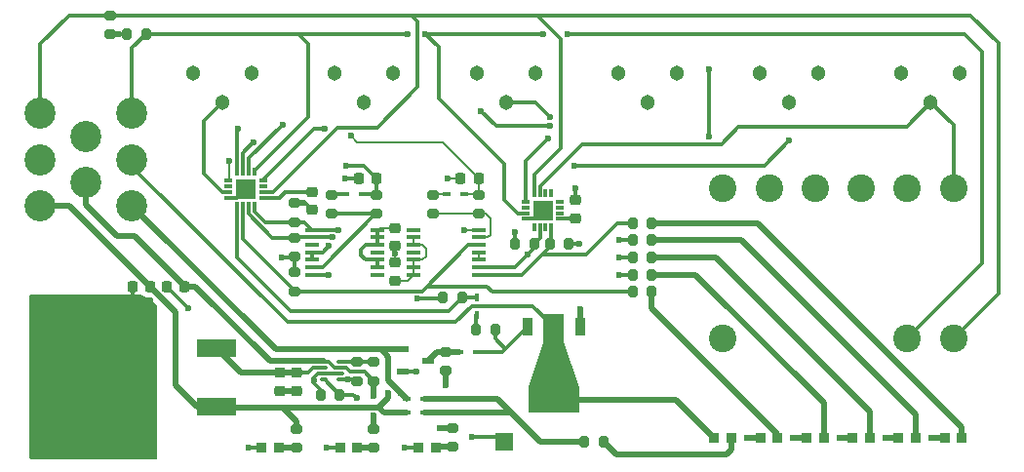
<source format=gbr>
%TF.GenerationSoftware,KiCad,Pcbnew,9.0.2*%
%TF.CreationDate,2025-06-15T01:16:02-07:00*%
%TF.ProjectId,SDM26_BSPD_1.0,53444d32-365f-4425-9350-445f312e302e,rev?*%
%TF.SameCoordinates,Original*%
%TF.FileFunction,Copper,L1,Top*%
%TF.FilePolarity,Positive*%
%FSLAX46Y46*%
G04 Gerber Fmt 4.6, Leading zero omitted, Abs format (unit mm)*
G04 Created by KiCad (PCBNEW 9.0.2) date 2025-06-15 01:16:02*
%MOMM*%
%LPD*%
G01*
G04 APERTURE LIST*
G04 Aperture macros list*
%AMRoundRect*
0 Rectangle with rounded corners*
0 $1 Rounding radius*
0 $2 $3 $4 $5 $6 $7 $8 $9 X,Y pos of 4 corners*
0 Add a 4 corners polygon primitive as box body*
4,1,4,$2,$3,$4,$5,$6,$7,$8,$9,$2,$3,0*
0 Add four circle primitives for the rounded corners*
1,1,$1+$1,$2,$3*
1,1,$1+$1,$4,$5*
1,1,$1+$1,$6,$7*
1,1,$1+$1,$8,$9*
0 Add four rect primitives between the rounded corners*
20,1,$1+$1,$2,$3,$4,$5,0*
20,1,$1+$1,$4,$5,$6,$7,0*
20,1,$1+$1,$6,$7,$8,$9,0*
20,1,$1+$1,$8,$9,$2,$3,0*%
G04 Aperture macros list end*
%TA.AperFunction,SMDPad,CuDef*%
%ADD10RoundRect,0.200000X-0.275000X0.200000X-0.275000X-0.200000X0.275000X-0.200000X0.275000X0.200000X0*%
%TD*%
%TA.AperFunction,ComponentPad*%
%ADD11C,2.700000*%
%TD*%
%TA.AperFunction,SMDPad,CuDef*%
%ADD12RoundRect,0.200000X0.275000X-0.200000X0.275000X0.200000X-0.275000X0.200000X-0.275000X-0.200000X0*%
%TD*%
%TA.AperFunction,ComponentPad*%
%ADD13C,2.400000*%
%TD*%
%TA.AperFunction,SMDPad,CuDef*%
%ADD14R,1.500000X1.500000*%
%TD*%
%TA.AperFunction,SMDPad,CuDef*%
%ADD15R,0.950000X0.950000*%
%TD*%
%TA.AperFunction,ComponentPad*%
%ADD16C,1.303000*%
%TD*%
%TA.AperFunction,SMDPad,CuDef*%
%ADD17RoundRect,0.225000X-0.250000X0.225000X-0.250000X-0.225000X0.250000X-0.225000X0.250000X0.225000X0*%
%TD*%
%TA.AperFunction,SMDPad,CuDef*%
%ADD18R,0.800000X0.300000*%
%TD*%
%TA.AperFunction,SMDPad,CuDef*%
%ADD19R,0.300000X0.800000*%
%TD*%
%TA.AperFunction,SMDPad,CuDef*%
%ADD20R,1.750000X1.750000*%
%TD*%
%TA.AperFunction,SMDPad,CuDef*%
%ADD21RoundRect,0.225000X0.250000X-0.225000X0.250000X0.225000X-0.250000X0.225000X-0.250000X-0.225000X0*%
%TD*%
%TA.AperFunction,SMDPad,CuDef*%
%ADD22R,0.640000X0.420000*%
%TD*%
%TA.AperFunction,SMDPad,CuDef*%
%ADD23RoundRect,0.225000X-0.225000X-0.250000X0.225000X-0.250000X0.225000X0.250000X-0.225000X0.250000X0*%
%TD*%
%TA.AperFunction,SMDPad,CuDef*%
%ADD24RoundRect,0.200000X0.200000X0.275000X-0.200000X0.275000X-0.200000X-0.275000X0.200000X-0.275000X0*%
%TD*%
%TA.AperFunction,SMDPad,CuDef*%
%ADD25R,1.275000X0.450000*%
%TD*%
%TA.AperFunction,SMDPad,CuDef*%
%ADD26R,0.420000X0.640000*%
%TD*%
%TA.AperFunction,SMDPad,CuDef*%
%ADD27RoundRect,0.200000X-0.200000X-0.275000X0.200000X-0.275000X0.200000X0.275000X-0.200000X0.275000X0*%
%TD*%
%TA.AperFunction,SMDPad,CuDef*%
%ADD28RoundRect,0.225000X0.225000X0.250000X-0.225000X0.250000X-0.225000X-0.250000X0.225000X-0.250000X0*%
%TD*%
%TA.AperFunction,SMDPad,CuDef*%
%ADD29R,3.500000X1.600000*%
%TD*%
%TA.AperFunction,SMDPad,CuDef*%
%ADD30R,9.750000X12.200000*%
%TD*%
%TA.AperFunction,SMDPad,CuDef*%
%ADD31R,1.050000X0.600000*%
%TD*%
%TA.AperFunction,SMDPad,CuDef*%
%ADD32R,0.950000X1.650000*%
%TD*%
%TA.AperFunction,SMDPad,CuDef*%
%ADD33R,3.250000X1.650000*%
%TD*%
%TA.AperFunction,SMDPad,CuDef*%
%ADD34RoundRect,0.050000X0.285000X0.100000X-0.285000X0.100000X-0.285000X-0.100000X0.285000X-0.100000X0*%
%TD*%
%TA.AperFunction,ViaPad*%
%ADD35C,0.600000*%
%TD*%
%TA.AperFunction,Conductor*%
%ADD36C,0.500000*%
%TD*%
%TA.AperFunction,Conductor*%
%ADD37C,0.200000*%
%TD*%
%TA.AperFunction,Conductor*%
%ADD38C,0.300000*%
%TD*%
G04 APERTURE END LIST*
D10*
%TO.P,R5,1*%
%TO.N,+5V*%
X127800000Y-123275000D03*
%TO.P,R5,2*%
%TO.N,/HB\u002AT10_1S_FAULT*%
X127800000Y-124925000D03*
%TD*%
D11*
%TO.P,J1,1,Pin_1*%
%TO.N,/TPS_MAIN*%
X113700000Y-109500000D03*
%TO.P,J1,2,Pin_2*%
%TO.N,BSPD KILL SIGNAL*%
X113700000Y-113500000D03*
%TO.P,J1,3,Pin_3*%
%TO.N,/12V MASTER*%
X113700000Y-117500000D03*
%TO.P,J1,4,Pin_4*%
%TO.N,unconnected-(J1-Pin_4-Pad4)*%
X109700000Y-111500000D03*
%TO.P,J1,5,Pin_5*%
%TO.N,/5V PDM*%
X109700000Y-115500000D03*
%TO.P,J1,6,Pin_6*%
%TO.N,/BSE*%
X105700000Y-109500000D03*
%TO.P,J1,7,Pin_7*%
%TO.N,GND*%
X105700000Y-113500000D03*
%TO.P,J1,8,Pin_8*%
%TO.N,/12V IGNITION*%
X105700000Y-117500000D03*
%TD*%
D10*
%TO.P,R8,1*%
%TO.N,/BSE*%
X111800000Y-100975000D03*
%TO.P,R8,2*%
%TO.N,GND*%
X111800000Y-102625000D03*
%TD*%
D12*
%TO.P,R25,1*%
%TO.N,/5V PDM*%
X134700000Y-132725000D03*
%TO.P,R25,2*%
%TO.N,Net-(U1-PR1)*%
X134700000Y-131075000D03*
%TD*%
D13*
%TO.P,RED_TP2,1,1*%
%TO.N,/HB\u002AT10_REF*%
X169000000Y-116000000D03*
%TD*%
D14*
%TO.P,TP1,1,1*%
%TO.N,Net-(U1-ST)*%
X146000000Y-138000000D03*
%TD*%
D15*
%TO.P,LED2,1,K*%
%TO.N,GND*%
X138550000Y-138500000D03*
%TO.P,LED2,2,A*%
%TO.N,Net-(LED2-A)*%
X140050000Y-138500000D03*
%TD*%
D13*
%TO.P,RED_TP1,1,1*%
%TO.N,/TIMING_REF*%
X165000000Y-116000000D03*
%TD*%
D16*
%TO.P,VR1,1,CCW*%
%TO.N,+5V*%
X119000000Y-106000000D03*
%TO.P,VR1,2,Wiper*%
%TO.N,/TIMING_REF*%
X121540000Y-108540000D03*
%TO.P,VR1,3,CW*%
%TO.N,GND*%
X124080000Y-106000000D03*
%TD*%
D12*
%TO.P,R11,1*%
%TO.N,Net-(LED3-A)*%
X134700000Y-138525000D03*
%TO.P,R11,2*%
%TO.N,/5V PDM*%
X134700000Y-136875000D03*
%TD*%
%TO.P,R20,1*%
%TO.N,/12V IGNITION*%
X140900000Y-131825000D03*
%TO.P,R20,2*%
%TO.N,Net-(D5-A)*%
X140900000Y-130175000D03*
%TD*%
D17*
%TO.P,C9,1*%
%TO.N,/5V IGNITION*%
X128000000Y-132025000D03*
%TO.P,C9,2*%
%TO.N,GND*%
X128000000Y-133575000D03*
%TD*%
D18*
%TO.P,IC1,1,VCC*%
%TO.N,Net-(IC1-VCC)*%
X150850000Y-118650000D03*
%TO.P,IC1,2,IN1-*%
%TO.N,unconnected-(IC1-IN1--Pad2)*%
X150850000Y-118150000D03*
%TO.P,IC1,3,NC_1*%
%TO.N,unconnected-(IC1-NC_1-Pad3)*%
X150850000Y-117650000D03*
%TO.P,IC1,4,IN1+*%
%TO.N,unconnected-(IC1-IN1+-Pad4)*%
X150850000Y-117150000D03*
D19*
%TO.P,IC1,5,IN2-*%
%TO.N,unconnected-(IC1-IN2--Pad5)*%
X150100000Y-116400000D03*
%TO.P,IC1,6,IN2+*%
%TO.N,unconnected-(IC1-IN2+-Pad6)*%
X149600000Y-116400000D03*
%TO.P,IC1,7,IN3-*%
%TO.N,/BSE_LOW_REF*%
X149100000Y-116400000D03*
%TO.P,IC1,8,IN3+*%
%TO.N,/BSE*%
X148600000Y-116400000D03*
D18*
%TO.P,IC1,9,IN4-*%
%TO.N,/TPS_LOW_REF*%
X147850000Y-117150000D03*
%TO.P,IC1,10,NC_2*%
%TO.N,unconnected-(IC1-NC_2-Pad10)*%
X147850000Y-117650000D03*
%TO.P,IC1,11,IN4+*%
%TO.N,/TPS_MAIN*%
X147850000Y-118150000D03*
%TO.P,IC1,12,GND*%
%TO.N,GND*%
X147850000Y-118650000D03*
D19*
%TO.P,IC1,13,OUT4*%
%TO.N,unconnected-(IC1-OUT4-Pad13)*%
X148600000Y-119400000D03*
%TO.P,IC1,14,OUT3*%
%TO.N,/TPS_LOW_FAULT*%
X149100000Y-119400000D03*
%TO.P,IC1,15,OUT2*%
%TO.N,unconnected-(IC1-OUT2-Pad15)*%
X149600000Y-119400000D03*
%TO.P,IC1,16,OUT1*%
%TO.N,/BSE_LOW_FAULT*%
X150100000Y-119400000D03*
D20*
%TO.P,IC1,17,EP*%
%TO.N,GND*%
X149350000Y-117900000D03*
%TD*%
D15*
%TO.P,LED6,1,K*%
%TO.N,GND*%
X180250000Y-137700000D03*
%TO.P,LED6,2,A*%
%TO.N,Net-(LED6-A)*%
X181750000Y-137700000D03*
%TD*%
D13*
%TO.P,BLACK_TP1,1,1*%
%TO.N,GND*%
X165000000Y-129000000D03*
%TD*%
D12*
%TO.P,R18,1*%
%TO.N,Net-(IC3-2Y)*%
X134900000Y-118225000D03*
%TO.P,R18,2*%
%TO.N,/HB\u002AT10_FAULT*%
X134900000Y-116575000D03*
%TD*%
D21*
%TO.P,C1,1*%
%TO.N,Net-(IC1-VCC)*%
X152200000Y-118575000D03*
%TO.P,C1,2*%
%TO.N,+5V*%
X152200000Y-117025000D03*
%TD*%
D22*
%TO.P,D5,1,K*%
%TO.N,/SCR Gate*%
X143650000Y-130200000D03*
%TO.P,D5,2,A*%
%TO.N,Net-(D5-A)*%
X142150000Y-130200000D03*
%TD*%
D23*
%TO.P,C7,1*%
%TO.N,GND*%
X113725000Y-124500000D03*
%TO.P,C7,2*%
%TO.N,/12V IGNITION*%
X115275000Y-124500000D03*
%TD*%
D24*
%TO.P,R22,1*%
%TO.N,Net-(LED9-A)*%
X158825000Y-125000000D03*
%TO.P,R22,2*%
%TO.N,/HB\u002AT10_1S_FAULT*%
X157175000Y-125000000D03*
%TD*%
D25*
%TO.P,IC4,1,1A*%
%TO.N,/BSE_LOW_FAULT*%
X143776000Y-123500000D03*
%TO.P,IC4,2,1B*%
%TO.N,/TPS_LOW_FAULT*%
X143776000Y-122850000D03*
%TO.P,IC4,3,1Y*%
%TO.N,/BL+TL_FAULT*%
X143776000Y-122200000D03*
%TO.P,IC4,4,2A*%
X143776000Y-121550000D03*
%TO.P,IC4,5,2B*%
%TO.N,/HB\u002AT10_1S_FAULT*%
X143776000Y-120900000D03*
%TO.P,IC4,6,2Y*%
%TO.N,Net-(IC4-2Y)*%
X143776000Y-120250000D03*
%TO.P,IC4,7,GND*%
%TO.N,GND*%
X143776000Y-119600000D03*
%TO.P,IC4,8,3Y*%
%TO.N,unconnected-(IC4-3Y-Pad8)*%
X138100000Y-119600000D03*
%TO.P,IC4,9,3A*%
%TO.N,Net-(IC4-3A)*%
X138100000Y-120250000D03*
%TO.P,IC4,10,3B*%
X138100000Y-120900000D03*
%TO.P,IC4,11,4Y*%
%TO.N,unconnected-(IC4-4Y-Pad11)*%
X138100000Y-121550000D03*
%TO.P,IC4,12,4A*%
%TO.N,Net-(IC4-3A)*%
X138100000Y-122200000D03*
%TO.P,IC4,13,4B*%
X138100000Y-122850000D03*
%TO.P,IC4,14,VCC*%
X138100000Y-123500000D03*
%TD*%
D12*
%TO.P,R10,1*%
%TO.N,Net-(LED2-A)*%
X141500000Y-138425000D03*
%TO.P,R10,2*%
%TO.N,/12V MASTER*%
X141500000Y-136775000D03*
%TD*%
D15*
%TO.P,LED3,1,K*%
%TO.N,GND*%
X131750000Y-138500000D03*
%TO.P,LED3,2,A*%
%TO.N,Net-(LED3-A)*%
X133250000Y-138500000D03*
%TD*%
D26*
%TO.P,D6,1,K*%
%TO.N,Net-(D6-K)*%
X143600000Y-127000000D03*
%TO.P,D6,2,A*%
%TO.N,/BSPD_LOGIC_SIGNAL*%
X143600000Y-125500000D03*
%TD*%
D13*
%TO.P,WHITE_TP2,1,1*%
%TO.N,/TPS_MAIN*%
X181000000Y-129000000D03*
%TD*%
D15*
%TO.P,LED1,1,K*%
%TO.N,GND*%
X124950000Y-138500000D03*
%TO.P,LED1,2,A*%
%TO.N,Net-(LED1-A)*%
X126450000Y-138500000D03*
%TD*%
D24*
%TO.P,R23,1*%
%TO.N,/SCR Gate*%
X145225000Y-128300000D03*
%TO.P,R23,2*%
%TO.N,Net-(D6-K)*%
X143575000Y-128300000D03*
%TD*%
D25*
%TO.P,IC3,1,1A*%
%TO.N,/HEAVY_BRAKING_FAULT*%
X129300000Y-119600000D03*
%TO.P,IC3,2,1B*%
%TO.N,/TPS_10\u0025_FAULT*%
X129300000Y-120250000D03*
%TO.P,IC3,3,1Y*%
%TO.N,unconnected-(IC3-1Y-Pad3)*%
X129300000Y-120900000D03*
%TO.P,IC3,4,2A*%
%TO.N,GND*%
X129300000Y-121550000D03*
%TO.P,IC3,5,2B*%
X129300000Y-122200000D03*
%TO.P,IC3,6,2Y*%
%TO.N,Net-(IC3-2Y)*%
X129300000Y-122850000D03*
%TO.P,IC3,7,GND*%
%TO.N,GND*%
X129300000Y-123500000D03*
%TO.P,IC3,8,3Y*%
%TO.N,unconnected-(IC3-3Y-Pad8)*%
X134976000Y-123500000D03*
%TO.P,IC3,9,3A*%
%TO.N,Net-(IC3-3A)*%
X134976000Y-122850000D03*
%TO.P,IC3,10,3B*%
X134976000Y-122200000D03*
%TO.P,IC3,11,4Y*%
%TO.N,unconnected-(IC3-4Y-Pad11)*%
X134976000Y-121550000D03*
%TO.P,IC3,12,4A*%
%TO.N,Net-(IC3-3A)*%
X134976000Y-120900000D03*
%TO.P,IC3,13,4B*%
X134976000Y-120250000D03*
%TO.P,IC3,14,VCC*%
X134976000Y-119600000D03*
%TD*%
D24*
%TO.P,R7,1*%
%TO.N,/TPS_MAIN*%
X114925000Y-102600000D03*
%TO.P,R7,2*%
%TO.N,GND*%
X113275000Y-102600000D03*
%TD*%
D22*
%TO.P,D4,1,K*%
%TO.N,Net-(D4-K)*%
X132200000Y-116500000D03*
%TO.P,D4,2,A*%
%TO.N,/HB\u002AT10_FAULT*%
X133700000Y-116500000D03*
%TD*%
D12*
%TO.P,R15,1*%
%TO.N,Net-(IC4-2Y)*%
X139800000Y-118225000D03*
%TO.P,R15,2*%
%TO.N,Net-(D1-K)*%
X139800000Y-116575000D03*
%TD*%
D15*
%TO.P,LED5,1,K*%
%TO.N,GND*%
X172250000Y-137700000D03*
%TO.P,LED5,2,A*%
%TO.N,Net-(LED5-A)*%
X173750000Y-137700000D03*
%TD*%
D27*
%TO.P,R2,1*%
%TO.N,+5V*%
X146975000Y-120800000D03*
%TO.P,R2,2*%
%TO.N,/TPS_LOW_FAULT*%
X148625000Y-120800000D03*
%TD*%
D13*
%TO.P,RED_TP5,1,1*%
%TO.N,/TPS_LOW_REF*%
X181000000Y-116000000D03*
%TD*%
D15*
%TO.P,LED7,1,K*%
%TO.N,GND*%
X176250000Y-137700000D03*
%TO.P,LED7,2,A*%
%TO.N,Net-(LED7-A)*%
X177750000Y-137700000D03*
%TD*%
D12*
%TO.P,R26,1*%
%TO.N,GND*%
X133200000Y-132725000D03*
%TO.P,R26,2*%
%TO.N,Net-(U1-PR1)*%
X133200000Y-131075000D03*
%TD*%
%TO.P,R19,1*%
%TO.N,Net-(IC3-2Y)*%
X131000000Y-118225000D03*
%TO.P,R19,2*%
%TO.N,Net-(D4-K)*%
X131000000Y-116575000D03*
%TD*%
D18*
%TO.P,IC2,1,VCC*%
%TO.N,Net-(IC2-VCC)*%
X125050000Y-116800000D03*
%TO.P,IC2,2,IN1-*%
%TO.N,/BSE*%
X125050000Y-116300000D03*
%TO.P,IC2,3,NC_1*%
%TO.N,unconnected-(IC2-NC_1-Pad3)*%
X125050000Y-115800000D03*
%TO.P,IC2,4,IN1+*%
%TO.N,/HEAVY_BRAKING_REF*%
X125050000Y-115300000D03*
D19*
%TO.P,IC2,5,IN2-*%
%TO.N,/TPS_MAIN*%
X124300000Y-114550000D03*
%TO.P,IC2,6,IN2+*%
%TO.N,/TPS_10\u0025_REF*%
X123800000Y-114550000D03*
%TO.P,IC2,7,IN3-*%
%TO.N,/HB\u002AT10_FAULT*%
X123300000Y-114550000D03*
%TO.P,IC2,8,IN3+*%
%TO.N,/HB\u002AT10_REF*%
X122800000Y-114550000D03*
D18*
%TO.P,IC2,9,IN4-*%
%TO.N,/BL+TL+(HB\u002AT10)_FAULT*%
X122050000Y-115300000D03*
%TO.P,IC2,10,NC_2*%
%TO.N,unconnected-(IC2-NC_2-Pad10)*%
X122050000Y-115800000D03*
%TO.P,IC2,11,IN4+*%
%TO.N,/TIMING_REF*%
X122050000Y-116300000D03*
%TO.P,IC2,12,GND*%
%TO.N,GND*%
X122050000Y-116800000D03*
D19*
%TO.P,IC2,13,OUT4*%
%TO.N,/BSPD_LOGIC_SIGNAL*%
X122800000Y-117550000D03*
%TO.P,IC2,14,OUT3*%
%TO.N,/HB\u002AT10_1S_FAULT*%
X123300000Y-117550000D03*
%TO.P,IC2,15,OUT2*%
%TO.N,/TPS_10\u0025_FAULT*%
X123800000Y-117550000D03*
%TO.P,IC2,16,OUT1*%
%TO.N,/HEAVY_BRAKING_FAULT*%
X124300000Y-117550000D03*
D20*
%TO.P,IC2,17,EP*%
%TO.N,GND*%
X123550000Y-116050000D03*
%TD*%
D16*
%TO.P,VR6,1,CCW*%
%TO.N,+5V*%
X180500000Y-106000000D03*
%TO.P,VR6,2,Wiper*%
%TO.N,/BSE_LOW_REF*%
X183040000Y-108540000D03*
%TO.P,VR6,3,CW*%
%TO.N,GND*%
X185580000Y-106000000D03*
%TD*%
D12*
%TO.P,R4,1*%
%TO.N,+5V*%
X127800000Y-121925000D03*
%TO.P,R4,2*%
%TO.N,/TPS_10\u0025_FAULT*%
X127800000Y-120275000D03*
%TD*%
D21*
%TO.P,C4,1*%
%TO.N,Net-(IC4-3A)*%
X136500000Y-124000000D03*
%TO.P,C4,2*%
%TO.N,+5V*%
X136500000Y-122450000D03*
%TD*%
D27*
%TO.P,R24,1*%
%TO.N,+5V*%
X130075000Y-133900000D03*
%TO.P,R24,2*%
%TO.N,Net-(U1-ST)*%
X131725000Y-133900000D03*
%TD*%
D28*
%TO.P,C6,1*%
%TO.N,/HB\u002AT10_FAULT*%
X134900000Y-115100000D03*
%TO.P,C6,2*%
%TO.N,GND*%
X133350000Y-115100000D03*
%TD*%
D17*
%TO.P,C3,1*%
%TO.N,Net-(IC3-3A)*%
X136500000Y-119450000D03*
%TO.P,C3,2*%
%TO.N,+5V*%
X136500000Y-121000000D03*
%TD*%
D29*
%TO.P,IC5,1,IN*%
%TO.N,/12V IGNITION*%
X121000000Y-134940000D03*
D30*
%TO.P,IC5,2,GND*%
%TO.N,GND*%
X110725000Y-132400000D03*
D29*
%TO.P,IC5,3,OUT*%
%TO.N,/5V IGNITION*%
X121000000Y-129860000D03*
%TD*%
D27*
%TO.P,R21,1*%
%TO.N,Net-(D2-K)*%
X152975000Y-138000000D03*
%TO.P,R21,2*%
%TO.N,Net-(LED8-A)*%
X154625000Y-138000000D03*
%TD*%
D24*
%TO.P,R1,1*%
%TO.N,+5V*%
X151625000Y-120800000D03*
%TO.P,R1,2*%
%TO.N,/BSE_LOW_FAULT*%
X149975000Y-120800000D03*
%TD*%
D22*
%TO.P,D3,1,K*%
%TO.N,Net-(D2-K)*%
X139050000Y-134300000D03*
%TO.P,D3,2,A*%
%TO.N,/12V MASTER*%
X137550000Y-134300000D03*
%TD*%
D15*
%TO.P,LED9,1,K*%
%TO.N,GND*%
X168250000Y-137700000D03*
%TO.P,LED9,2,A*%
%TO.N,Net-(LED9-A)*%
X169750000Y-137700000D03*
%TD*%
D27*
%TO.P,R17,1*%
%TO.N,/HEAVY_BRAKING_FAULT*%
X157175000Y-122000000D03*
%TO.P,R17,2*%
%TO.N,Net-(LED7-A)*%
X158825000Y-122000000D03*
%TD*%
D31*
%TO.P,Q1,1,G*%
%TO.N,/12V MASTER*%
X137200000Y-130000000D03*
%TO.P,Q1,2,S*%
%TO.N,GND*%
X137200000Y-131900000D03*
%TO.P,Q1,3,D*%
%TO.N,Net-(D5-A)*%
X139400000Y-130950000D03*
%TD*%
D22*
%TO.P,D2,1,K*%
%TO.N,Net-(D2-K)*%
X139050000Y-135500000D03*
%TO.P,D2,2,A*%
%TO.N,/12V IGNITION*%
X137550000Y-135500000D03*
%TD*%
D16*
%TO.P,VR2,1,CCW*%
%TO.N,+5V*%
X131300000Y-106000000D03*
%TO.P,VR2,2,Wiper*%
%TO.N,/HB\u002AT10_REF*%
X133840000Y-108540000D03*
%TO.P,VR2,3,CW*%
%TO.N,GND*%
X136380000Y-106000000D03*
%TD*%
D28*
%TO.P,C5,1*%
%TO.N,/BL+TL+(HB\u002AT10)_FAULT*%
X143775000Y-115100000D03*
%TO.P,C5,2*%
%TO.N,GND*%
X142225000Y-115100000D03*
%TD*%
%TO.P,C10,1*%
%TO.N,/5V PDM*%
X118275000Y-124500000D03*
%TO.P,C10,2*%
%TO.N,GND*%
X116725000Y-124500000D03*
%TD*%
D32*
%TO.P,D7,1,K*%
%TO.N,GND*%
X152600000Y-128050000D03*
%TO.P,D7,2,A_1*%
%TO.N,BSPD KILL SIGNAL*%
X150300000Y-128050000D03*
%TO.P,D7,3,G*%
%TO.N,/SCR Gate*%
X148000000Y-128050000D03*
D33*
%TO.P,D7,4,A_2*%
%TO.N,BSPD KILL SIGNAL*%
X150300000Y-134350000D03*
%TD*%
D16*
%TO.P,VR3,1,CCW*%
%TO.N,+5V*%
X143620000Y-106000000D03*
%TO.P,VR3,2,Wiper*%
%TO.N,/TPS_10\u0025_REF*%
X146160000Y-108540000D03*
%TO.P,VR3,3,CW*%
%TO.N,GND*%
X148700000Y-106000000D03*
%TD*%
D22*
%TO.P,D1,1,K*%
%TO.N,Net-(D1-K)*%
X141050000Y-116500000D03*
%TO.P,D1,2,A*%
%TO.N,/BL+TL+(HB\u002AT10)_FAULT*%
X142550000Y-116500000D03*
%TD*%
D24*
%TO.P,R16,1*%
%TO.N,Net-(LED6-A)*%
X158825000Y-120500000D03*
%TO.P,R16,2*%
%TO.N,/TPS_LOW_FAULT*%
X157175000Y-120500000D03*
%TD*%
D15*
%TO.P,LED8,1,K*%
%TO.N,BSPD KILL SIGNAL*%
X164250000Y-137700000D03*
%TO.P,LED8,2,A*%
%TO.N,Net-(LED8-A)*%
X165750000Y-137700000D03*
%TD*%
D21*
%TO.P,C8,1*%
%TO.N,GND*%
X126500000Y-133575000D03*
%TO.P,C8,2*%
%TO.N,/5V IGNITION*%
X126500000Y-132025000D03*
%TD*%
D15*
%TO.P,LED4,1,K*%
%TO.N,GND*%
X184250000Y-137700000D03*
%TO.P,LED4,2,A*%
%TO.N,Net-(LED4-A)*%
X185750000Y-137700000D03*
%TD*%
D12*
%TO.P,R9,1*%
%TO.N,Net-(LED1-A)*%
X128000000Y-138525000D03*
%TO.P,R9,2*%
%TO.N,/12V IGNITION*%
X128000000Y-136875000D03*
%TD*%
D34*
%TO.P,U1,1,GND*%
%TO.N,GND*%
X131800000Y-132600000D03*
%TO.P,U1,2,VOUT*%
%TO.N,+5V*%
X131800000Y-132100000D03*
%TO.P,U1,3,VIN1*%
%TO.N,/5V PDM*%
X131800000Y-131600000D03*
%TO.P,U1,4,PR1*%
%TO.N,Net-(U1-PR1)*%
X131800000Y-131100000D03*
%TO.P,U1,5,MODE*%
%TO.N,/5V PDM*%
X130320000Y-131100000D03*
%TO.P,U1,6,VIN2*%
%TO.N,/5V IGNITION*%
X130320000Y-131600000D03*
%TO.P,U1,7,VOUT*%
%TO.N,+5V*%
X130320000Y-132100000D03*
%TO.P,U1,8,ST*%
%TO.N,Net-(U1-ST)*%
X130320000Y-132600000D03*
%TD*%
D13*
%TO.P,WHITE_TP1,1,1*%
%TO.N,/BSE*%
X185000000Y-129000000D03*
%TD*%
%TO.P,RED_TP6,1,1*%
%TO.N,/BSE_LOW_REF*%
X185000000Y-116000000D03*
%TD*%
D12*
%TO.P,R14,1*%
%TO.N,Net-(IC4-2Y)*%
X143800000Y-118225000D03*
%TO.P,R14,2*%
%TO.N,/BL+TL+(HB\u002AT10)_FAULT*%
X143800000Y-116575000D03*
%TD*%
D16*
%TO.P,VR4,1,CCW*%
%TO.N,+5V*%
X155900000Y-106000000D03*
%TO.P,VR4,2,Wiper*%
%TO.N,/HEAVY_BRAKING_REF*%
X158440000Y-108540000D03*
%TO.P,VR4,3,CW*%
%TO.N,GND*%
X160980000Y-106000000D03*
%TD*%
%TO.P,VR5,1,CCW*%
%TO.N,+5V*%
X168200000Y-106000000D03*
%TO.P,VR5,2,Wiper*%
%TO.N,/TPS_LOW_REF*%
X170740000Y-108540000D03*
%TO.P,VR5,3,CW*%
%TO.N,GND*%
X173280000Y-106000000D03*
%TD*%
D13*
%TO.P,RED_TP3,1,1*%
%TO.N,/TPS_10\u0025_REF*%
X173000000Y-116000000D03*
%TD*%
%TO.P,RED_TP4,1,1*%
%TO.N,/HEAVY_BRAKING_REF*%
X177000000Y-116000000D03*
%TD*%
D24*
%TO.P,R12,1*%
%TO.N,Net-(LED4-A)*%
X158825000Y-119000000D03*
%TO.P,R12,2*%
%TO.N,/BSE_LOW_FAULT*%
X157175000Y-119000000D03*
%TD*%
D17*
%TO.P,C2,1*%
%TO.N,Net-(IC2-VCC)*%
X129300000Y-116325000D03*
%TO.P,C2,2*%
%TO.N,+5V*%
X129300000Y-117875000D03*
%TD*%
D27*
%TO.P,R6,1*%
%TO.N,+5V*%
X140675000Y-125500000D03*
%TO.P,R6,2*%
%TO.N,/BSPD_LOGIC_SIGNAL*%
X142325000Y-125500000D03*
%TD*%
D24*
%TO.P,R13,1*%
%TO.N,Net-(LED5-A)*%
X158825000Y-123500000D03*
%TO.P,R13,2*%
%TO.N,/TPS_10\u0025_FAULT*%
X157175000Y-123500000D03*
%TD*%
D10*
%TO.P,R3,1*%
%TO.N,+5V*%
X127800000Y-117275000D03*
%TO.P,R3,2*%
%TO.N,/HEAVY_BRAKING_FAULT*%
X127800000Y-118925000D03*
%TD*%
D35*
%TO.N,/12V IGNITION*%
X135919669Y-133780331D03*
X140900000Y-133100000D03*
%TO.N,GND*%
X171100000Y-137700000D03*
X130800000Y-123500000D03*
X148825000Y-118425000D03*
X132500000Y-132600000D03*
X130600000Y-138500000D03*
X106700000Y-139100000D03*
X175100000Y-137700000D03*
X108900000Y-125700000D03*
X141100000Y-115100000D03*
X109700000Y-125700000D03*
X111300000Y-125700000D03*
X108100000Y-139100000D03*
X183100000Y-137700000D03*
X111300000Y-139100000D03*
X112100000Y-125700000D03*
X113700000Y-125700000D03*
X107400000Y-125700000D03*
X179100000Y-137700000D03*
X108900000Y-139100000D03*
X115300000Y-125700000D03*
X112900000Y-125700000D03*
X109700000Y-139100000D03*
X110500000Y-125700000D03*
X112100000Y-139100000D03*
X137400000Y-138500000D03*
X123550000Y-116050000D03*
X108100000Y-125700000D03*
X105300000Y-125700000D03*
X106700000Y-125700000D03*
X105300000Y-139100000D03*
X152600000Y-126500000D03*
X142500000Y-119600000D03*
X106000000Y-125700000D03*
X114500000Y-125700000D03*
X112600000Y-102625000D03*
X123800000Y-138500000D03*
X113700000Y-139100000D03*
X118600000Y-126400000D03*
X115300000Y-139100000D03*
X112900000Y-139100000D03*
X107400000Y-139100000D03*
X167100000Y-137700000D03*
X127300000Y-133575000D03*
X130800000Y-121000000D03*
X132200000Y-115100000D03*
X114500000Y-139100000D03*
X106000000Y-139100000D03*
X138400000Y-131900000D03*
X110500000Y-139100000D03*
%TO.N,/HB\u002AT10_FAULT*%
X124230762Y-112049999D03*
X132300000Y-114009620D03*
%TO.N,/12V MASTER*%
X137000000Y-133800000D03*
X140400000Y-136800000D03*
%TO.N,/5V PDM*%
X134700000Y-134000000D03*
X134700000Y-135750000D03*
%TO.N,+5V*%
X129475000Y-132700000D03*
X136500000Y-121700000D03*
X128600000Y-117300000D03*
X152500000Y-120800000D03*
X152200000Y-116000000D03*
X138500000Y-125575000D03*
X126700000Y-122000000D03*
X146975000Y-119800000D03*
%TO.N,/BL+TL+(HB\u002AT10)_FAULT*%
X132700000Y-111450000D03*
X122100000Y-113600000D03*
%TO.N,/TPS_MAIN*%
X137600000Y-102600000D03*
X139150000Y-102600000D03*
X151500000Y-102600000D03*
X149400000Y-102600000D03*
%TO.N,/TPS_LOW_FAULT*%
X148050000Y-121750000D03*
X156000000Y-120500000D03*
%TO.N,/TPS_10\u0025_REF*%
X150000000Y-109800000D03*
X126750000Y-110450000D03*
%TO.N,/TPS_10\u0025_FAULT*%
X131087851Y-120250000D03*
X156000000Y-123500000D03*
%TO.N,/TPS_LOW_REF*%
X170740000Y-111860000D03*
X152100000Y-114000000D03*
X149800000Y-111700000D03*
%TO.N,/HB\u002AT10_REF*%
X122900000Y-110800000D03*
X144000000Y-109300000D03*
X150000000Y-110600000D03*
%TO.N,Net-(U1-ST)*%
X133200000Y-134200000D03*
X143200000Y-137600000D03*
%TO.N,/HEAVY_BRAKING_FAULT*%
X131600000Y-119600000D03*
X156000000Y-122000000D03*
%TO.N,/HEAVY_BRAKING_REF*%
X130400000Y-110800000D03*
%TO.N,/TIMING_REF*%
X163800000Y-105700000D03*
X163800000Y-111500000D03*
%TD*%
D36*
%TO.N,/12V IGNITION*%
X117500000Y-126725000D02*
X117500000Y-133100000D01*
X115275000Y-124500000D02*
X117500000Y-126725000D01*
X126800000Y-135000000D02*
X135100000Y-135000000D01*
X128000000Y-136200000D02*
X126800000Y-135000000D01*
X140900000Y-133100000D02*
X140900000Y-131825000D01*
X119340000Y-134940000D02*
X121000000Y-134940000D01*
X135100000Y-135000000D02*
X135600000Y-135500000D01*
X105700000Y-117500000D02*
X108275000Y-117500000D01*
X128000000Y-136875000D02*
X128000000Y-136200000D01*
X135919669Y-134180331D02*
X135919669Y-133780331D01*
X135100000Y-135000000D02*
X135919669Y-134180331D01*
X117500000Y-133100000D02*
X119340000Y-134940000D01*
X126800000Y-135000000D02*
X121060000Y-135000000D01*
X135600000Y-135500000D02*
X137550000Y-135500000D01*
X108275000Y-117500000D02*
X115275000Y-124500000D01*
D37*
%TO.N,Net-(D1-K)*%
X141050000Y-116500000D02*
X139875000Y-116500000D01*
D36*
%TO.N,Net-(D2-K)*%
X146600000Y-135500000D02*
X149100000Y-138000000D01*
X145400000Y-134300000D02*
X146600000Y-135500000D01*
X139050000Y-135500000D02*
X146600000Y-135500000D01*
X149100000Y-138000000D02*
X152975000Y-138000000D01*
X139050000Y-134300000D02*
X145400000Y-134300000D01*
%TO.N,GND*%
X176250000Y-137700000D02*
X175100000Y-137700000D01*
X172250000Y-137700000D02*
X171100000Y-137700000D01*
D38*
X129300000Y-121550000D02*
X130250000Y-121550000D01*
D36*
X152600000Y-126500000D02*
X152600000Y-128050000D01*
D38*
X131800000Y-132600000D02*
X132500000Y-132600000D01*
D36*
X180250000Y-137700000D02*
X179100000Y-137700000D01*
D38*
X112600000Y-102625000D02*
X113250000Y-102625000D01*
X130600000Y-138500000D02*
X131750000Y-138500000D01*
D36*
X184250000Y-137700000D02*
X183100000Y-137700000D01*
D38*
X147850000Y-118650000D02*
X148600000Y-118650000D01*
X122100000Y-116800000D02*
X122800000Y-116800000D01*
X124950000Y-138500000D02*
X123800000Y-138500000D01*
X126500000Y-133575000D02*
X127300000Y-133575000D01*
X132200000Y-115100000D02*
X133350000Y-115100000D01*
X132500000Y-132600000D02*
X133075000Y-132600000D01*
X138550000Y-138500000D02*
X137400000Y-138500000D01*
X116725000Y-124525000D02*
X118600000Y-126400000D01*
X129300000Y-123500000D02*
X130800000Y-123500000D01*
X137200000Y-131900000D02*
X138400000Y-131900000D01*
D37*
X143776000Y-119600000D02*
X142500000Y-119600000D01*
D38*
X127300000Y-133575000D02*
X128000000Y-133575000D01*
X113725000Y-124500000D02*
X113725000Y-125675000D01*
X129300000Y-121550000D02*
X129300000Y-122200000D01*
D36*
X168250000Y-137700000D02*
X167100000Y-137700000D01*
D38*
X113725000Y-125675000D02*
X113700000Y-125700000D01*
X122800000Y-116800000D02*
X123550000Y-116050000D01*
X111800000Y-102625000D02*
X112600000Y-102625000D01*
D37*
X142225000Y-115100000D02*
X141100000Y-115100000D01*
D38*
X130250000Y-121550000D02*
X130800000Y-121000000D01*
X148600000Y-118650000D02*
X148825000Y-118425000D01*
%TO.N,/HB\u002AT10_FAULT*%
X124150001Y-112049999D02*
X124230762Y-112049999D01*
X123300000Y-112900000D02*
X124150001Y-112049999D01*
X123300000Y-112900000D02*
X123300000Y-114600000D01*
X133700000Y-116500000D02*
X134825000Y-116500000D01*
X134900000Y-116575000D02*
X134900000Y-115100000D01*
X133809620Y-114009620D02*
X134900000Y-115100000D01*
X132300000Y-114009620D02*
X133809620Y-114009620D01*
D36*
%TO.N,/12V MASTER*%
X135300000Y-130000000D02*
X126200000Y-130000000D01*
X137500000Y-134300000D02*
X137550000Y-134300000D01*
X137000000Y-133800000D02*
X135900000Y-132700000D01*
X137200000Y-130000000D02*
X135300000Y-130000000D01*
X137000000Y-133800000D02*
X137500000Y-134300000D01*
X135900000Y-130600000D02*
X135300000Y-130000000D01*
X140400000Y-136800000D02*
X141475000Y-136800000D01*
X135900000Y-132700000D02*
X135900000Y-130600000D01*
X126200000Y-130000000D02*
X113700000Y-117500000D01*
D38*
%TO.N,/SCR Gate*%
X143650000Y-130200000D02*
X145850000Y-130200000D01*
X145850000Y-130200000D02*
X146125000Y-129925000D01*
X145225000Y-128300000D02*
X145225000Y-129025000D01*
X145225000Y-129025000D02*
X146125000Y-129925000D01*
X146125000Y-129925000D02*
X148000000Y-128050000D01*
X146225000Y-129825000D02*
X148000000Y-128050000D01*
%TO.N,BSPD KILL SIGNAL*%
X127200000Y-127600000D02*
X113700000Y-114100000D01*
D36*
X150300000Y-134350000D02*
X160900000Y-134350000D01*
X160900000Y-134350000D02*
X164250000Y-137700000D01*
D38*
X143200000Y-126200000D02*
X141800000Y-127600000D01*
X141800000Y-127600000D02*
X127200000Y-127600000D01*
X148450000Y-126200000D02*
X143200000Y-126200000D01*
X150300000Y-128050000D02*
X148450000Y-126200000D01*
D36*
%TO.N,/5V IGNITION*%
X126500000Y-132025000D02*
X123165000Y-132025000D01*
D38*
X129400000Y-131600000D02*
X128975000Y-132025000D01*
X128975000Y-132025000D02*
X128000000Y-132025000D01*
D36*
X123165000Y-132025000D02*
X121000000Y-129860000D01*
D38*
X130320000Y-131600000D02*
X129400000Y-131600000D01*
D36*
X128000000Y-132025000D02*
X126500000Y-132025000D01*
%TO.N,/5V PDM*%
X118275000Y-124475000D02*
X113900000Y-120100000D01*
X125699000Y-130999000D02*
X119200000Y-124500000D01*
D38*
X130799000Y-131099000D02*
X130320000Y-131099000D01*
D36*
X134700000Y-134000000D02*
X134700000Y-132725000D01*
D38*
X131300000Y-131600000D02*
X130799000Y-131099000D01*
D36*
X134700000Y-135750000D02*
X134700000Y-136875000D01*
X112390812Y-120100000D02*
X109700000Y-117409188D01*
X119200000Y-124500000D02*
X118275000Y-124500000D01*
X113900000Y-120100000D02*
X112390812Y-120100000D01*
X109700000Y-117409188D02*
X109700000Y-115500000D01*
D38*
X131800000Y-131600000D02*
X131300000Y-131600000D01*
X132600000Y-131900000D02*
X133875000Y-131900000D01*
X131800000Y-131600000D02*
X132300000Y-131600000D01*
X133875000Y-131900000D02*
X134700000Y-132725000D01*
X132300000Y-131600000D02*
X132600000Y-131900000D01*
D36*
X125699000Y-130999000D02*
X130320000Y-130999000D01*
%TO.N,Net-(LED1-A)*%
X128000000Y-138525000D02*
X126475000Y-138525000D01*
D38*
%TO.N,+5V*%
X129475000Y-132425000D02*
X129800000Y-132100000D01*
X131800000Y-132100000D02*
X130320000Y-132100000D01*
X146975000Y-119800000D02*
X146975000Y-120500000D01*
X138500000Y-125575000D02*
X140600000Y-125575000D01*
D37*
X136500000Y-121700000D02*
X136500000Y-122450000D01*
D38*
X151625000Y-120800000D02*
X152500000Y-120800000D01*
X130075000Y-133500000D02*
X130075000Y-133900000D01*
X129475000Y-132700000D02*
X129475000Y-132900000D01*
X126700000Y-122000000D02*
X127725000Y-122000000D01*
X127800000Y-117275000D02*
X128700000Y-117275000D01*
X127800000Y-121925000D02*
X127800000Y-123275000D01*
X152200000Y-116000000D02*
X152200000Y-117025000D01*
X129475000Y-132900000D02*
X130075000Y-133500000D01*
X129800000Y-132100000D02*
X130320000Y-132100000D01*
D37*
X136500000Y-121000000D02*
X136500000Y-121700000D01*
D38*
X128700000Y-117275000D02*
X129300000Y-117875000D01*
X129475000Y-132700000D02*
X129475000Y-132425000D01*
D37*
%TO.N,/BL+TL+(HB\u002AT10)_FAULT*%
X143800000Y-116575000D02*
X143800000Y-115125000D01*
X132700000Y-111450000D02*
X133250000Y-112000000D01*
X133250000Y-112000000D02*
X140675000Y-112000000D01*
X122100000Y-113600000D02*
X122100000Y-115300000D01*
X140675000Y-112000000D02*
X143775000Y-115100000D01*
X142550000Y-116500000D02*
X143725000Y-116500000D01*
D38*
%TO.N,/BSE*%
X150900000Y-103000000D02*
X150900000Y-112500000D01*
X138500000Y-107200000D02*
X138500000Y-101500000D01*
X125900000Y-116300000D02*
X131500000Y-110700000D01*
X188900000Y-125100000D02*
X188900000Y-103400000D01*
X188900000Y-103400000D02*
X186500000Y-101000000D01*
X111825000Y-101000000D02*
X138000000Y-101000000D01*
X108225000Y-100975000D02*
X111800000Y-100975000D01*
X105700000Y-109500000D02*
X105700000Y-103500000D01*
X138000000Y-101000000D02*
X148900000Y-101000000D01*
X105700000Y-103500000D02*
X108225000Y-100975000D01*
X148600000Y-114800000D02*
X148600000Y-116400000D01*
X131500000Y-110700000D02*
X135000000Y-110700000D01*
X150900000Y-112500000D02*
X148600000Y-114800000D01*
X125050000Y-116300000D02*
X125900000Y-116300000D01*
X138500000Y-101500000D02*
X138000000Y-101000000D01*
X185000000Y-129000000D02*
X188900000Y-125100000D01*
X135000000Y-110700000D02*
X138500000Y-107200000D01*
X148900000Y-101000000D02*
X150900000Y-103000000D01*
X186500000Y-101000000D02*
X148900000Y-101000000D01*
D36*
%TO.N,Net-(D5-A)*%
X140900000Y-130175000D02*
X140175000Y-130175000D01*
X142125000Y-130175000D02*
X142150000Y-130200000D01*
X140175000Y-130175000D02*
X139400000Y-130950000D01*
X140900000Y-130175000D02*
X142125000Y-130175000D01*
D38*
%TO.N,/TPS_MAIN*%
X186000000Y-102600000D02*
X187500000Y-104100000D01*
X187500000Y-122500000D02*
X187500000Y-104100000D01*
X139150000Y-102600000D02*
X140300000Y-103750000D01*
X128100000Y-102600000D02*
X114925000Y-102600000D01*
X113700000Y-103825000D02*
X114925000Y-102600000D01*
X129000000Y-103500000D02*
X128100000Y-102600000D01*
X139150000Y-102600000D02*
X149400000Y-102600000D01*
X146000000Y-117000000D02*
X147150000Y-118150000D01*
X147150000Y-118150000D02*
X147850000Y-118150000D01*
X146000000Y-113900000D02*
X146000000Y-117000000D01*
X124300000Y-114500000D02*
X129000000Y-109800000D01*
X140300000Y-103750000D02*
X140300000Y-108200000D01*
X151500000Y-102600000D02*
X186000000Y-102600000D01*
X129000000Y-109800000D02*
X129000000Y-103500000D01*
X113700000Y-109500000D02*
X113700000Y-103825000D01*
X140300000Y-108200000D02*
X146000000Y-113900000D01*
X128100000Y-102600000D02*
X137600000Y-102600000D01*
X181000000Y-129000000D02*
X187500000Y-122500000D01*
%TO.N,/BSPD_LOGIC_SIGNAL*%
X142325000Y-125500000D02*
X143600000Y-125500000D01*
X122800000Y-122000000D02*
X127425000Y-126625000D01*
X127425000Y-126625000D02*
X141200000Y-126625000D01*
X141200000Y-126625000D02*
X142325000Y-125500000D01*
X122800000Y-117550000D02*
X122800000Y-122000000D01*
%TO.N,Net-(D6-K)*%
X143575000Y-128300000D02*
X143575000Y-127025000D01*
%TO.N,/TPS_LOW_FAULT*%
X148050000Y-121750000D02*
X146950000Y-122850000D01*
X148625000Y-120800000D02*
X148625000Y-121175000D01*
X149100000Y-119400000D02*
X149100000Y-120325000D01*
X156000000Y-120500000D02*
X157175000Y-120500000D01*
X149100000Y-120325000D02*
X148625000Y-120800000D01*
X146950000Y-122850000D02*
X143776000Y-122850000D01*
X148625000Y-121175000D02*
X148050000Y-121750000D01*
%TO.N,/TPS_10\u0025_REF*%
X148740000Y-108540000D02*
X150000000Y-109800000D01*
X123800000Y-113400000D02*
X123800000Y-114600000D01*
X126750000Y-110450000D02*
X123800000Y-113400000D01*
X146160000Y-108540000D02*
X148740000Y-108540000D01*
%TO.N,/TPS_10\u0025_FAULT*%
X123800000Y-118208520D02*
X123800000Y-117500000D01*
X129300000Y-120250000D02*
X131087851Y-120250000D01*
X127800000Y-120275000D02*
X125866480Y-120275000D01*
X129300000Y-120250000D02*
X127825000Y-120250000D01*
X125866480Y-120275000D02*
X123800000Y-118208520D01*
X157175000Y-123500000D02*
X156000000Y-123500000D01*
%TO.N,/TPS_LOW_REF*%
X168600000Y-114000000D02*
X152100000Y-114000000D01*
X170740000Y-111860000D02*
X168600000Y-114000000D01*
X149800000Y-111700000D02*
X147850000Y-113650000D01*
X147850000Y-113650000D02*
X147850000Y-117150000D01*
%TO.N,/HB\u002AT10_1S_FAULT*%
X139300000Y-124500000D02*
X138875000Y-124925000D01*
X123300000Y-117550000D02*
X123300000Y-120400000D01*
X123300000Y-120400000D02*
X127800000Y-124900000D01*
X157175000Y-125000000D02*
X145000000Y-125000000D01*
X142900000Y-120900000D02*
X143776000Y-120900000D01*
X145000000Y-125000000D02*
X144500000Y-124500000D01*
X138875000Y-124925000D02*
X142900000Y-120900000D01*
X144500000Y-124500000D02*
X139300000Y-124500000D01*
X127800000Y-124925000D02*
X138875000Y-124925000D01*
%TO.N,/HB\u002AT10_REF*%
X144000000Y-109300000D02*
X145300000Y-110600000D01*
X122800000Y-110900000D02*
X122800000Y-114550000D01*
X122900000Y-110800000D02*
X122800000Y-110900000D01*
X145300000Y-110600000D02*
X150000000Y-110600000D01*
%TO.N,Net-(IC3-2Y)*%
X129300000Y-122850000D02*
X130237500Y-122850000D01*
X134900000Y-118225000D02*
X131000000Y-118225000D01*
X130237500Y-122850000D02*
X134862500Y-118225000D01*
D37*
%TO.N,Net-(IC4-2Y)*%
X144800000Y-120040500D02*
X144590500Y-120250000D01*
X143800000Y-118225000D02*
X144425000Y-118225000D01*
X144590500Y-120250000D02*
X143776000Y-120250000D01*
X144425000Y-118225000D02*
X144800000Y-118600000D01*
X144800000Y-118600000D02*
X144800000Y-120040500D01*
X139800000Y-118225000D02*
X143800000Y-118225000D01*
D38*
%TO.N,Net-(U1-ST)*%
X132900000Y-133900000D02*
X133200000Y-134200000D01*
X143200000Y-137600000D02*
X145600000Y-137600000D01*
X131725000Y-133900000D02*
X132900000Y-133900000D01*
X130425000Y-132600000D02*
X131725000Y-133900000D01*
%TO.N,Net-(U1-PR1)*%
X133200000Y-131075000D02*
X134700000Y-131075000D01*
X131825000Y-131075000D02*
X131800000Y-131100000D01*
X133200000Y-131075000D02*
X131825000Y-131075000D01*
D37*
%TO.N,/BL+TL_FAULT*%
X143776000Y-122200000D02*
X143776000Y-121550000D01*
D38*
%TO.N,Net-(IC1-VCC)*%
X152124000Y-118651000D02*
X150850000Y-118651000D01*
%TO.N,Net-(IC2-VCC)*%
X126500000Y-116800000D02*
X125000000Y-116800000D01*
X126975000Y-116325000D02*
X126500000Y-116800000D01*
X129300000Y-116325000D02*
X126975000Y-116325000D01*
%TO.N,/HEAVY_BRAKING_FAULT*%
X127800000Y-118925000D02*
X125225000Y-118925000D01*
X125225000Y-118925000D02*
X124300000Y-118000000D01*
X129300000Y-119600000D02*
X131600000Y-119600000D01*
X156000000Y-122000000D02*
X157175000Y-122000000D01*
X124300000Y-118000000D02*
X124300000Y-117500000D01*
X128625000Y-118925000D02*
X129300000Y-119600000D01*
X127800000Y-118925000D02*
X128625000Y-118925000D01*
%TO.N,/HEAVY_BRAKING_REF*%
X125000000Y-115300000D02*
X129500000Y-110800000D01*
X129500000Y-110800000D02*
X130400000Y-110800000D01*
%TO.N,/TIMING_REF*%
X122050000Y-116300000D02*
X121500000Y-116300000D01*
X163800000Y-105700000D02*
X163800000Y-111500000D01*
X119900000Y-114700000D02*
X119900000Y-110180000D01*
X119900000Y-110180000D02*
X121540000Y-108540000D01*
X121500000Y-116300000D02*
X119900000Y-114700000D01*
D36*
%TO.N,Net-(LED2-A)*%
X141500000Y-138425000D02*
X140125000Y-138425000D01*
%TO.N,Net-(LED3-A)*%
X134700000Y-138525000D02*
X133275000Y-138525000D01*
%TO.N,Net-(LED4-A)*%
X158825000Y-119000000D02*
X168000000Y-119000000D01*
X168000000Y-119000000D02*
X185750000Y-136750000D01*
X185750000Y-136750000D02*
X185750000Y-137700000D01*
%TO.N,Net-(LED5-A)*%
X173750000Y-134650000D02*
X162600000Y-123500000D01*
X173750000Y-137700000D02*
X173750000Y-134650000D01*
X162600000Y-123500000D02*
X158825000Y-123500000D01*
%TO.N,Net-(LED6-A)*%
X181750000Y-135650000D02*
X181750000Y-137700000D01*
X166600000Y-120500000D02*
X181750000Y-135650000D01*
X158825000Y-120500000D02*
X166600000Y-120500000D01*
%TO.N,Net-(LED7-A)*%
X164400000Y-122000000D02*
X158825000Y-122000000D01*
X177750000Y-137700000D02*
X177750000Y-135350000D01*
X177750000Y-135350000D02*
X164400000Y-122000000D01*
D38*
%TO.N,Net-(IC3-3A)*%
X134976000Y-120250000D02*
X134976000Y-120900000D01*
X134976000Y-120250000D02*
X134976000Y-119600000D01*
X133600000Y-121300000D02*
X134000000Y-120900000D01*
X134976000Y-122200000D02*
X134976000Y-122850000D01*
D37*
X136500000Y-119450000D02*
X135126000Y-119450000D01*
D38*
X134000000Y-120900000D02*
X134976000Y-120900000D01*
X133600000Y-121830750D02*
X133969250Y-122200000D01*
D37*
X135126000Y-119450000D02*
X134976000Y-119600000D01*
D38*
X133600000Y-121830750D02*
X133600000Y-121300000D01*
X133969250Y-122200000D02*
X134976000Y-122200000D01*
D37*
%TO.N,Net-(IC4-3A)*%
X138900000Y-120900000D02*
X138100000Y-120900000D01*
X139200000Y-121200000D02*
X138900000Y-120900000D01*
X138900000Y-122200000D02*
X139200000Y-121900000D01*
X138100000Y-120900000D02*
X138100000Y-120250000D01*
X139200000Y-121900000D02*
X139200000Y-121200000D01*
X138100000Y-122200000D02*
X138900000Y-122200000D01*
X138100000Y-123500000D02*
X138100000Y-122850000D01*
X137600000Y-124000000D02*
X138100000Y-123500000D01*
X136500000Y-124000000D02*
X137600000Y-124000000D01*
X138100000Y-122850000D02*
X138100000Y-122200000D01*
D38*
%TO.N,/BSE_LOW_FAULT*%
X155800000Y-119000000D02*
X157175000Y-119000000D01*
X143776000Y-123500000D02*
X147508520Y-123500000D01*
X149304260Y-121704260D02*
X153095740Y-121704260D01*
X149975000Y-121033520D02*
X149304260Y-121704260D01*
X153095740Y-121704260D02*
X155800000Y-119000000D01*
X150100000Y-119400000D02*
X150100000Y-120675000D01*
X149304260Y-121704260D02*
X147508520Y-123500000D01*
%TO.N,/BSE_LOW_REF*%
X152749000Y-112151000D02*
X164849000Y-112151000D01*
X180940000Y-110640000D02*
X183040000Y-108540000D01*
X149100000Y-116400000D02*
X149100000Y-115800000D01*
X185000000Y-116000000D02*
X185000000Y-110500000D01*
X149100000Y-115800000D02*
X152749000Y-112151000D01*
X164849000Y-112151000D02*
X166360000Y-110640000D01*
X166360000Y-110640000D02*
X180940000Y-110640000D01*
X185000000Y-110500000D02*
X183040000Y-108540000D01*
D36*
%TO.N,Net-(LED8-A)*%
X154625000Y-138000000D02*
X155725000Y-139100000D01*
X155725000Y-139100000D02*
X165325000Y-139100000D01*
X165325000Y-139100000D02*
X165750000Y-138675000D01*
X165750000Y-138675000D02*
X165750000Y-137700000D01*
%TO.N,Net-(LED9-A)*%
X158825000Y-126423000D02*
X158825000Y-125000000D01*
X169750000Y-137348000D02*
X158825000Y-126423000D01*
X169750000Y-137700000D02*
X169750000Y-137348000D01*
D38*
%TO.N,Net-(D4-K)*%
X132200000Y-116500000D02*
X131075000Y-116500000D01*
%TD*%
%TA.AperFunction,Conductor*%
%TO.N,BSPD KILL SIGNAL*%
G36*
X151143039Y-126919685D02*
G01*
X151188794Y-126972489D01*
X151200000Y-127024000D01*
X151200000Y-129400000D01*
X152493637Y-133280911D01*
X152500000Y-133320123D01*
X152500000Y-135376000D01*
X152480315Y-135443039D01*
X152427511Y-135488794D01*
X152376000Y-135500000D01*
X148224000Y-135500000D01*
X148156961Y-135480315D01*
X148111206Y-135427511D01*
X148100000Y-135376000D01*
X148100000Y-133320123D01*
X148106363Y-133280911D01*
X149400000Y-129400000D01*
X149400000Y-127024000D01*
X149419685Y-126956961D01*
X149472489Y-126911206D01*
X149524000Y-126900000D01*
X151076000Y-126900000D01*
X151143039Y-126919685D01*
G37*
%TD.AperFunction*%
%TD*%
%TA.AperFunction,Conductor*%
%TO.N,GND*%
G36*
X114489664Y-125219685D02*
G01*
X114510306Y-125236318D01*
X114596956Y-125322968D01*
X114596958Y-125322969D01*
X114596959Y-125322970D01*
X114741294Y-125411998D01*
X114741297Y-125411999D01*
X114741303Y-125412003D01*
X114902292Y-125465349D01*
X115001655Y-125475500D01*
X115137768Y-125475499D01*
X115204808Y-125495183D01*
X115225450Y-125511818D01*
X115863681Y-126150049D01*
X115897166Y-126211371D01*
X115900000Y-126237729D01*
X115900000Y-139375500D01*
X115880315Y-139442539D01*
X115827511Y-139488294D01*
X115776000Y-139499500D01*
X104924000Y-139499500D01*
X104856961Y-139479815D01*
X104811206Y-139427011D01*
X104800000Y-139375500D01*
X104800000Y-125324000D01*
X104819685Y-125256961D01*
X104872489Y-125211206D01*
X104924000Y-125200000D01*
X114422625Y-125200000D01*
X114489664Y-125219685D01*
G37*
%TD.AperFunction*%
%TD*%
M02*

</source>
